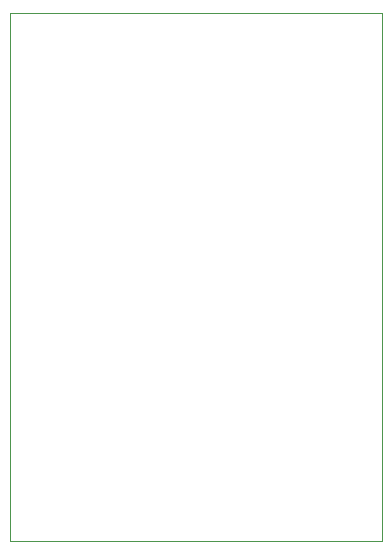
<source format=gko>
G04 #@! TF.FileFunction,Profile,NP*
%FSLAX46Y46*%
G04 Gerber Fmt 4.6, Leading zero omitted, Abs format (unit mm)*
G04 Created by KiCad (PCBNEW 4.0.2+e4-6225~38~ubuntu16.04.1-stable) date Tue 21 Jun 2016 12:08:33 PM HKT*
%MOMM*%
G01*
G04 APERTURE LIST*
%ADD10C,0.100000*%
G04 APERTURE END LIST*
D10*
X31496000Y0D02*
X31496000Y44704000D01*
X0Y0D02*
X0Y44704000D01*
X31496000Y0D02*
X0Y0D01*
X0Y44704000D02*
X31496000Y44704000D01*
M02*

</source>
